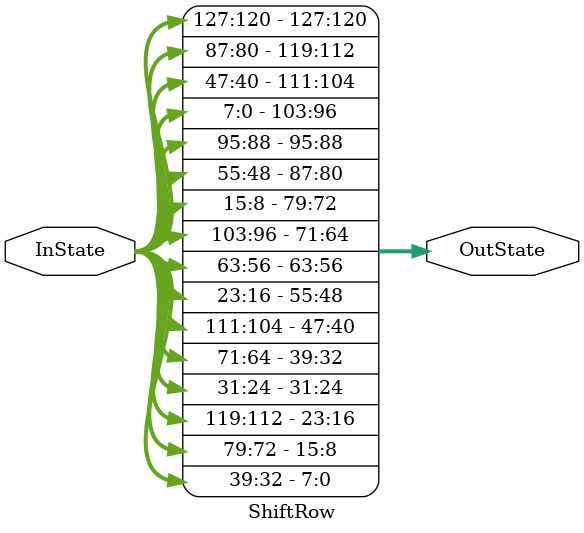
<source format=v>
module ShiftRow( InState , OutState );
	
	input [127:0] InState ;
	output [127:0] OutState ;

	wire [127:0] InState ;
	wire [127:0] OutState ;

	assign OutState[127:120] = InState[127:120];
	assign OutState[119:112] = InState[87:80];
	assign OutState[111:104] = InState[47:40];
	assign OutState[103:96] = InState[7:0];
	assign OutState[95:88] = InState[95:88];
	assign OutState[87:80] = InState[55:48];
	assign OutState[79:72] = InState[15:8];
	assign OutState[71:64] = InState[103:96];
	assign OutState[63:56] = InState[63:56];
	assign OutState[55:48] = InState[23:16];
	assign OutState[47:40] = InState[111:104];
	assign OutState[39:32] = InState[71:64];
	assign OutState[31:24] = InState[31:24];
	assign OutState[23:16] = InState[119:112];
	assign OutState[15:8] = InState[79:72];
	assign OutState[7:0] = InState[39:32];

endmodule

</source>
